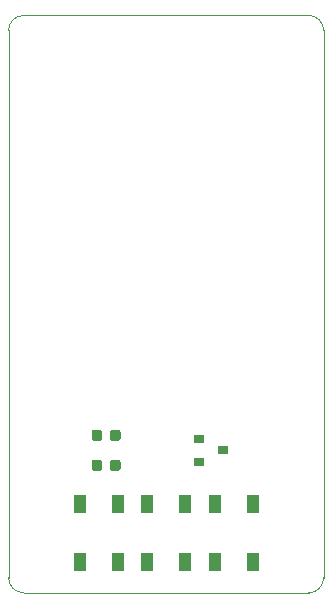
<source format=gbr>
%TF.GenerationSoftware,KiCad,Pcbnew,5.1.5+dfsg1-2~bpo10+1*%
%TF.CreationDate,Date%
%TF.ProjectId,CO2,434f322e-6b69-4636-9164-5f7063625858,rev?*%
%TF.SameCoordinates,Original*%
%TF.FileFunction,Paste,Top*%
%TF.FilePolarity,Positive*%
%FSLAX45Y45*%
G04 Gerber Fmt 4.5, Leading zero omitted, Abs format (unit mm)*
G04 Created by KiCad*
%MOMM*%
%LPD*%
G04 APERTURE LIST*
%ADD10C,0.120000*%
%ADD11C,0.150000*%
%ADD12R,0.900000X0.800000*%
%ADD13R,1.000000X1.500000*%
G04 APERTURE END LIST*
D10*
X-63500Y-4254500D02*
G75*
G02X-190500Y-4127500I0J127000D01*
G01*
X2476500Y-4127500D02*
G75*
G02X2349500Y-4254500I-127000J0D01*
G01*
X-190500Y507511D02*
G75*
G02X-63500Y634511I127000J0D01*
G01*
X2349500Y634511D02*
G75*
G02X2476500Y507511I0J-127000D01*
G01*
X2476500Y-4127500D02*
X2476500Y508000D01*
X-63500Y-4254500D02*
X2349500Y-4254500D01*
X-190500Y508000D02*
X-190500Y-4127500D01*
X2349500Y634511D02*
X-63500Y634511D01*
D11*
G36*
X737769Y-2873605D02*
G01*
X739893Y-2873920D01*
X741975Y-2874442D01*
X743996Y-2875165D01*
X745937Y-2876083D01*
X747778Y-2877187D01*
X749502Y-2878465D01*
X751093Y-2879907D01*
X752535Y-2881498D01*
X753813Y-2883222D01*
X754917Y-2885063D01*
X755835Y-2887004D01*
X756558Y-2889025D01*
X757080Y-2891107D01*
X757395Y-2893231D01*
X757500Y-2895375D01*
X757500Y-2946625D01*
X757395Y-2948769D01*
X757080Y-2950893D01*
X756558Y-2952975D01*
X755835Y-2954996D01*
X754917Y-2956937D01*
X753813Y-2958778D01*
X752535Y-2960502D01*
X751093Y-2962093D01*
X749502Y-2963535D01*
X747778Y-2964813D01*
X745937Y-2965917D01*
X743996Y-2966835D01*
X741975Y-2967558D01*
X739893Y-2968080D01*
X737769Y-2968395D01*
X735625Y-2968500D01*
X691875Y-2968500D01*
X689731Y-2968395D01*
X687607Y-2968080D01*
X685525Y-2967558D01*
X683504Y-2966835D01*
X681563Y-2965917D01*
X679722Y-2964813D01*
X677998Y-2963535D01*
X676407Y-2962093D01*
X674965Y-2960502D01*
X673687Y-2958778D01*
X672583Y-2956937D01*
X671665Y-2954996D01*
X670942Y-2952975D01*
X670420Y-2950893D01*
X670105Y-2948769D01*
X670000Y-2946625D01*
X670000Y-2895375D01*
X670105Y-2893231D01*
X670420Y-2891107D01*
X670942Y-2889025D01*
X671665Y-2887004D01*
X672583Y-2885063D01*
X673687Y-2883222D01*
X674965Y-2881498D01*
X676407Y-2879907D01*
X677998Y-2878465D01*
X679722Y-2877187D01*
X681563Y-2876083D01*
X683504Y-2875165D01*
X685525Y-2874442D01*
X687607Y-2873920D01*
X689731Y-2873605D01*
X691875Y-2873500D01*
X735625Y-2873500D01*
X737769Y-2873605D01*
G37*
G36*
X580269Y-2873605D02*
G01*
X582393Y-2873920D01*
X584475Y-2874442D01*
X586496Y-2875165D01*
X588437Y-2876083D01*
X590278Y-2877187D01*
X592002Y-2878465D01*
X593593Y-2879907D01*
X595035Y-2881498D01*
X596313Y-2883222D01*
X597417Y-2885063D01*
X598335Y-2887004D01*
X599058Y-2889025D01*
X599580Y-2891107D01*
X599895Y-2893231D01*
X600000Y-2895375D01*
X600000Y-2946625D01*
X599895Y-2948769D01*
X599580Y-2950893D01*
X599058Y-2952975D01*
X598335Y-2954996D01*
X597417Y-2956937D01*
X596313Y-2958778D01*
X595035Y-2960502D01*
X593593Y-2962093D01*
X592002Y-2963535D01*
X590278Y-2964813D01*
X588437Y-2965917D01*
X586496Y-2966835D01*
X584475Y-2967558D01*
X582393Y-2968080D01*
X580269Y-2968395D01*
X578125Y-2968500D01*
X534375Y-2968500D01*
X532231Y-2968395D01*
X530107Y-2968080D01*
X528025Y-2967558D01*
X526004Y-2966835D01*
X524063Y-2965917D01*
X522222Y-2964813D01*
X520498Y-2963535D01*
X518907Y-2962093D01*
X517465Y-2960502D01*
X516187Y-2958778D01*
X515083Y-2956937D01*
X514165Y-2954996D01*
X513442Y-2952975D01*
X512920Y-2950893D01*
X512605Y-2948769D01*
X512500Y-2946625D01*
X512500Y-2895375D01*
X512605Y-2893231D01*
X512920Y-2891107D01*
X513442Y-2889025D01*
X514165Y-2887004D01*
X515083Y-2885063D01*
X516187Y-2883222D01*
X517465Y-2881498D01*
X518907Y-2879907D01*
X520498Y-2878465D01*
X522222Y-2877187D01*
X524063Y-2876083D01*
X526004Y-2875165D01*
X528025Y-2874442D01*
X530107Y-2873920D01*
X532231Y-2873605D01*
X534375Y-2873500D01*
X578125Y-2873500D01*
X580269Y-2873605D01*
G37*
G36*
X580269Y-3127605D02*
G01*
X582393Y-3127920D01*
X584475Y-3128442D01*
X586496Y-3129165D01*
X588437Y-3130083D01*
X590278Y-3131187D01*
X592002Y-3132465D01*
X593593Y-3133907D01*
X595035Y-3135498D01*
X596313Y-3137222D01*
X597417Y-3139063D01*
X598335Y-3141004D01*
X599058Y-3143025D01*
X599580Y-3145107D01*
X599895Y-3147231D01*
X600000Y-3149375D01*
X600000Y-3200625D01*
X599895Y-3202769D01*
X599580Y-3204893D01*
X599058Y-3206975D01*
X598335Y-3208996D01*
X597417Y-3210937D01*
X596313Y-3212778D01*
X595035Y-3214502D01*
X593593Y-3216093D01*
X592002Y-3217535D01*
X590278Y-3218813D01*
X588437Y-3219917D01*
X586496Y-3220835D01*
X584475Y-3221558D01*
X582393Y-3222080D01*
X580269Y-3222395D01*
X578125Y-3222500D01*
X534375Y-3222500D01*
X532231Y-3222395D01*
X530107Y-3222080D01*
X528025Y-3221558D01*
X526004Y-3220835D01*
X524063Y-3219917D01*
X522222Y-3218813D01*
X520498Y-3217535D01*
X518907Y-3216093D01*
X517465Y-3214502D01*
X516187Y-3212778D01*
X515083Y-3210937D01*
X514165Y-3208996D01*
X513442Y-3206975D01*
X512920Y-3204893D01*
X512605Y-3202769D01*
X512500Y-3200625D01*
X512500Y-3149375D01*
X512605Y-3147231D01*
X512920Y-3145107D01*
X513442Y-3143025D01*
X514165Y-3141004D01*
X515083Y-3139063D01*
X516187Y-3137222D01*
X517465Y-3135498D01*
X518907Y-3133907D01*
X520498Y-3132465D01*
X522222Y-3131187D01*
X524063Y-3130083D01*
X526004Y-3129165D01*
X528025Y-3128442D01*
X530107Y-3127920D01*
X532231Y-3127605D01*
X534375Y-3127500D01*
X578125Y-3127500D01*
X580269Y-3127605D01*
G37*
G36*
X737769Y-3127605D02*
G01*
X739893Y-3127920D01*
X741975Y-3128442D01*
X743996Y-3129165D01*
X745937Y-3130083D01*
X747778Y-3131187D01*
X749502Y-3132465D01*
X751093Y-3133907D01*
X752535Y-3135498D01*
X753813Y-3137222D01*
X754917Y-3139063D01*
X755835Y-3141004D01*
X756558Y-3143025D01*
X757080Y-3145107D01*
X757395Y-3147231D01*
X757500Y-3149375D01*
X757500Y-3200625D01*
X757395Y-3202769D01*
X757080Y-3204893D01*
X756558Y-3206975D01*
X755835Y-3208996D01*
X754917Y-3210937D01*
X753813Y-3212778D01*
X752535Y-3214502D01*
X751093Y-3216093D01*
X749502Y-3217535D01*
X747778Y-3218813D01*
X745937Y-3219917D01*
X743996Y-3220835D01*
X741975Y-3221558D01*
X739893Y-3222080D01*
X737769Y-3222395D01*
X735625Y-3222500D01*
X691875Y-3222500D01*
X689731Y-3222395D01*
X687607Y-3222080D01*
X685525Y-3221558D01*
X683504Y-3220835D01*
X681563Y-3219917D01*
X679722Y-3218813D01*
X677998Y-3217535D01*
X676407Y-3216093D01*
X674965Y-3214502D01*
X673687Y-3212778D01*
X672583Y-3210937D01*
X671665Y-3208996D01*
X670942Y-3206975D01*
X670420Y-3204893D01*
X670105Y-3202769D01*
X670000Y-3200625D01*
X670000Y-3149375D01*
X670105Y-3147231D01*
X670420Y-3145107D01*
X670942Y-3143025D01*
X671665Y-3141004D01*
X672583Y-3139063D01*
X673687Y-3137222D01*
X674965Y-3135498D01*
X676407Y-3133907D01*
X677998Y-3132465D01*
X679722Y-3131187D01*
X681563Y-3130083D01*
X683504Y-3129165D01*
X685525Y-3128442D01*
X687607Y-3127920D01*
X689731Y-3127605D01*
X691875Y-3127500D01*
X735625Y-3127500D01*
X737769Y-3127605D01*
G37*
D12*
X1624000Y-3048000D03*
X1424000Y-3143000D03*
X1424000Y-2953000D03*
D13*
X1554500Y-3991500D03*
X1874500Y-3991500D03*
X1554500Y-3501500D03*
X1874500Y-3501500D03*
X983000Y-3991500D03*
X1303000Y-3991500D03*
X983000Y-3501500D03*
X1303000Y-3501500D03*
X411500Y-3991500D03*
X731500Y-3991500D03*
X411500Y-3501500D03*
X731500Y-3501500D03*
M02*

</source>
